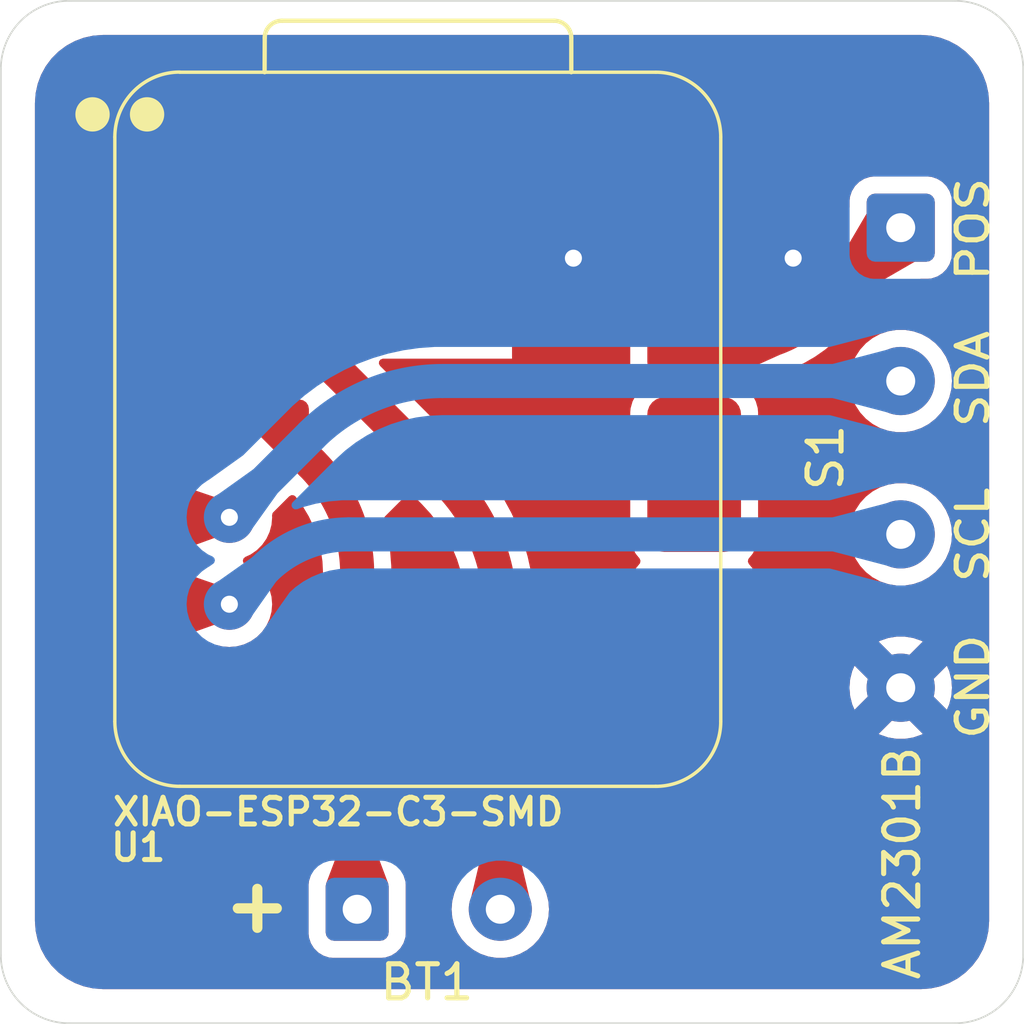
<source format=kicad_pcb>
(kicad_pcb (version 20240108) (generator "pcbnew") (generator_version "8.0")
  (title_block (title "IoTWeather") (date "2024-09-24") (rev "1") (company "Copyright: NamelessNanashi") (comment 1 "LicenseID: LicenseRef-OQL-1.2") (comment 2 "https://oql.avris.it/license/v1.2?c=NamelessNanashi%7Chttps%3A%2F%2FNamelessNanashi.dev%2F") (comment 3 "License URL: "))
  (layers (0 "F.Cu" signal) (31 "B.Cu" signal) (34 "B.Paste" user) (35 "F.Paste" user) (36 "B.SilkS" user "B.Silkscreen") (37 "F.SilkS" user "F.Silkscreen") (38 "B.Mask" user) (39 "F.Mask" user) (44 "Edge.Cuts" user))
  (net 0 "")
  (net 1 "+5V")
  (net 2 "Net-(S1-Pin_3)")
  (net 3 "GND")
  (net 4 "Net-(S1-Pin_2)")
  (net 13 "+3.3V")
  (net 19 "Net-(U1-PB08_A6_D6_TX)")
  (net 21 "Net-(BT1--)")
  (net 22 "Net-(BT1-+)")
  (footprint "Seeed_Studio_XIAO_Series:XIAO-ESP32-C3-SMD" (layer "F.Cu") (at 123.34475 98.13125)
    (property "Reference" "U1" (at -0.19475 2.16875 0) (layer "F.SilkS") (effects (font (size 0.78232 0.78232)) (justify left bottom)))
    (property "Value" "XIAO-ESP32-C3-SMD" (at 6.55525 0.66875 0) (layer "F.SilkS") (effects (font (size 0.78232 0.78232))))
    (fp_line (start 0 -1.987) (end 0 -19.132) (stroke (width 0.1)) (layer "F.SilkS"))
    (fp_line (start 1.905 -0.082) (end 15.875 -0.082) (stroke (width 0.1)) (layer "F.SilkS"))
    (fp_line (start 4.395 -21.037) (end 4.398728 -22.047272) (stroke (width 0.127)) (layer "F.SilkS"))
    (fp_line (start 4.898728 -22.547) (end 12.894 -22.547) (stroke (width 0.127)) (layer "F.SilkS"))
    (fp_line (start 13.394 -22.047) (end 13.394 -21.037) (stroke (width 0.127)) (layer "F.SilkS"))
    (fp_line (start 15.875 -21.037) (end 1.905 -21.037) (stroke (width 0.1)) (layer "F.SilkS"))
    (fp_line (start 17.78 -1.987) (end 17.78 -19.132) (stroke (width 0.1)) (layer "F.SilkS"))
    (fp_arc (start 0 -19.136) (mid 0.557962 -20.483038) (end 1.905 -21.041) (stroke (width 0.1)) (layer "F.SilkS"))
    (fp_arc (start 1.905 -0.082) (mid 0.557962 -0.639962) (end 0 -1.987) (stroke (width 0.1)) (layer "F.SilkS"))
    (fp_arc (start 4.398728 -22.047272) (mid 4.545276 -22.400644) (end 4.898728 -22.547) (stroke (width 0.127)) (layer "F.SilkS"))
    (fp_arc (start 12.894 -22.547) (mid 13.247553 -22.400553) (end 13.394 -22.047) (stroke (width 0.127)) (layer "F.SilkS"))
    (fp_arc (start 15.875 -21.037) (mid 17.222038 -20.479038) (end 17.78 -19.132) (stroke (width 0.1)) (layer "F.SilkS"))
    (fp_arc (start 17.78 -1.987) (mid 17.222038 -0.639962) (end 15.875 -0.082) (stroke (width 0.1)) (layer "F.SilkS"))
    (fp_circle (center -0.654 -19.8) (end -0.654 -20.054) (stroke (width 0.5)) (fill solid) (layer "F.SilkS"))
    (fp_circle (center 0.946 -19.8) (end 0.946 -20.054) (stroke (width 0.5)) (fill solid) (layer "F.SilkS"))
    (pad "1" smd roundrect (at 0.835 -18.12) (size 2.75 2) (layers "F.Cu" "F.Paste" "F.Mask"))
    (pad "2" smd roundrect (at 0.835 -15.58) (size 2.75 2) (layers "F.Cu" "F.Paste" "F.Mask"))
    (pad "3" smd roundrect (at 0.835 -13.04) (size 2.75 2) (layers "F.Cu" "F.Paste" "F.Mask"))
    (pad "4" smd roundrect (at 0.835 -10.5) (size 2.75 2) (layers "F.Cu" "F.Paste" "F.Mask"))
    (pad "5" smd roundrect (at 0.835 -7.96) (size 2.75 2) (layers "F.Cu" "F.Paste" "F.Mask") (net 4 "Net-(S1-Pin_2)"))
    (pad "6" smd roundrect (at 0.835 -5.42) (size 2.75 2) (layers "F.Cu" "F.Paste" "F.Mask") (net 2 "Net-(S1-Pin_3)"))
    (pad "7" smd roundrect (at 0.835 -2.88) (size 2.75 2) (layers "F.Cu" "F.Paste" "F.Mask") (net 19 "Net-(U1-PB08_A6_D6_TX)"))
    (pad "8" smd roundrect (at 17 -2.88) (size 2.75 2) (layers "F.Cu" "F.Paste" "F.Mask"))
    (pad "9" smd roundrect (at 17 -5.42) (size 2.75 2) (layers "F.Cu" "F.Paste" "F.Mask"))
    (pad "10" smd roundrect (at 17 -7.96) (size 2.75 2) (layers "F.Cu" "F.Paste" "F.Mask"))
    (pad "11" smd roundrect (at 17 -10.5) (size 2.75 2) (layers "F.Cu" "F.Paste" "F.Mask"))
    (pad "12" smd roundrect (at 17 -13.04) (size 2.75 2) (layers "F.Cu" "F.Paste" "F.Mask") (net 13 "+3.3V"))
    (pad "13" smd roundrect (at 17 -15.58) (size 2.75 2) (layers "F.Cu" "F.Paste" "F.Mask") (net 3 "GND"))
    (pad "14" smd roundrect (at 17 -18.12) (size 2.75 2) (layers "F.Cu" "F.Paste" "F.Mask") (net 1 "+5V"))
    (pad "15" smd roundrect (at 4.445 -10.882 180) (size 2.5 1.1) (layers "F.Cu" "F.Paste" "F.Mask") (net 22 "Net-(BT1-+)"))
    (pad "16" smd roundrect (at 4.445 -12.787 180) (size 2.5 1.1) (layers "F.Cu" "F.Paste" "F.Mask") (net 21 "Net-(BT1--)"))
    (pad "17" smd circle (at 7.62 -19.132) (size 1.7 1.7) (layers "F.Cu" "F.Paste" "F.Mask"))
    (pad "18" smd circle (at 10.16 -19.132) (size 1.7 1.7) (layers "F.Cu" "F.Paste" "F.Mask"))
    (pad "19" smd circle (at 7.62 -16.592) (size 1.7 1.7) (layers "F.Cu" "F.Paste" "F.Mask"))
    (pad "20" smd circle (at 10.16 -16.592) (size 1.7 1.7) (layers "F.Cu" "F.Paste" "F.Mask"))
    (pad "21" smd circle (at 7.62 -14.052) (size 1.7 1.7) (layers "F.Cu" "F.Paste" "F.Mask"))
    (pad "22" smd circle (at 10.16 -14.052) (size 1.7 1.7) (layers "F.Cu" "F.Paste" "F.Mask"))
  )
  (footprint "Connector_Wire:SolderWire-0.25sqmm_1x04_P4.5mm_D0.65mm_OD2mm" (layer "F.Cu") (at 146.40575 81.65575 -90)
    (property "Reference" "S1" (at 6.74425 2.20575 90) (layer "F.SilkS"))
    (property "Value" "AM2301B" (at 18.64425 -0.04425 90) (layer "F.SilkS"))
    (pad "1" thru_hole roundrect (at 0 0 270) (size 2 2) (drill 0.85) (layers "*.Cu" "*.Mask") (roundrect_rratio 0.125) (net 13 "+3.3V"))
    (pad "2" thru_hole circle (at 4.5 0 270) (size 2 2) (drill 0.85) (layers "*.Cu" "*.Mask") (net 4 "Net-(S1-Pin_2)"))
    (pad "3" thru_hole circle (at 9 0 270) (size 2 2) (drill 0.85) (layers "*.Cu" "*.Mask") (net 2 "Net-(S1-Pin_3)"))
    (pad "4" thru_hole circle (at 13.5 0 270) (size 2 2) (drill 0.85) (layers "*.Cu" "*.Mask") (net 3 "GND"))
  )
  (footprint "Connector_Wire:SolderWire-0.25sqmm_1x02_P4.2mm_D0.65mm_OD1.7mm" (layer "F.Cu") (at 130.45575 101.65675)
    (property "Reference" "BT1" (at 2.04425 2.14325 0) (layer "F.SilkS"))
    (property "Value" "Battery_Cell")
    (pad "1" thru_hole roundrect (at 0 0) (size 1.85 1.85) (drill 0.85) (layers "*.Cu" "*.Mask") (roundrect_rratio 0.135135) (net 22 "Net-(BT1-+)"))
    (pad "2" thru_hole circle (at 4.2 0) (size 1.85 1.85) (drill 0.85) (layers "*.Cu" "*.Mask") (net 21 "Net-(BT1--)"))
  )
  (gr_arc (start 150 103) (mid 149.414214 104.414214) (end 148 105) (stroke (width 0.05)) (layer "Edge.Cuts"))
  (gr_arc (start 120 77) (mid 120.585786 75.585786) (end 122 75) (stroke (width 0.05)) (layer "Edge.Cuts"))
  (gr_arc (start 148 75) (mid 149.414214 75.585786) (end 150 77) (stroke (width 0.05)) (layer "Edge.Cuts"))
  (gr_line (start 120 103) (end 120 77) (stroke (width 0.05)) (layer "Edge.Cuts"))
  (gr_arc (start 122 105) (mid 120.585786 104.414214) (end 120 103) (stroke (width 0.05)) (layer "Edge.Cuts"))
  (gr_line (start 148 105) (end 122 105) (stroke (width 0.05)) (layer "Edge.Cuts"))
  (gr_line (start 150 77) (end 150 103) (stroke (width 0.05)) (layer "Edge.Cuts"))
  (gr_line (start 122 75) (end 148 75) (stroke (width 0.05)) (layer "Edge.Cuts"))
  (gr_text "POS" (at 149.05 83.3 90) (layer "F.SilkS") (effects (font (size 0.9 1)) (justify left bottom)))
  (gr_text "+" (at 126.4 102.4 0) (layer "F.SilkS") (effects (font (size 1.5 1.5) (thickness 0.3) (bold yes)) (justify left bottom)))
  (gr_text "SDA" (at 149.05 87.6 90) (layer "F.SilkS") (effects (font (size 0.9 1)) (justify left bottom)))
  (gr_text "SCL" (at 149.05 92.15 90) (layer "F.SilkS") (effects (font (size 0.9 1)) (justify left bottom)))
  (gr_text "GND" (at 149.05 96.75 90) (layer "F.SilkS") (effects (font (size 0.9 1) (thickness 0.15) (bold yes)) (justify left bottom)))
  (segment (start 126.70575 92.70575) (end 124.189139 92.70575) (width 1) (layer "F.Cu") (net 2))
  (segment (start 124.1825 92.7085) (end 124.17975 92.71125) (width 1) (layer "F.Cu") (net 2))
  (via (at 126.70575 92.70575) (size 1.5) (drill 0.5) (layers "F.Cu" "B.Cu") (net 2))
  (arc (start 124.1825 92.7085) (mid 124.185546 92.706464) (end 124.189139 92.70575) (width 1) (layer "F.Cu") (net 2))
  (segment (start 130.205318 90.65575) (end 146.40575 90.65575) (width 1) (layer "B.Cu") (net 2))
  (segment (start 126.70575 92.70575) (end 127.73075 91.68075) (width 1) (layer "B.Cu") (net 2))
  (arc (start 130.205318 90.65575) (mid 128.866091 90.922138) (end 127.73075 91.68075) (width 1) (layer "B.Cu") (net 2))
  (segment (start 143.247866 82.55125) (end 140.34475 82.55125) (width 1) (layer "F.Cu") (net 3))
  (segment (start 136.80125 82.55125) (end 140.34475 82.55125) (width 1) (layer "F.Cu") (net 3))
  (segment (start 143.25 82.55) (end 143.249375 82.550625) (width 1) (layer "F.Cu") (net 3))
  (via (at 143.25 82.55) (size 1.5) (drill 0.5) (layers "F.Cu" "B.Cu") (net 3))
  (via (at 136.80125 82.55125) (size 1.5) (drill 0.5) (layers "F.Cu" "B.Cu") (net 3))
  (arc (start 143.249375 82.550625) (mid 143.248682 82.551087) (end 143.247866 82.55125) (width 1) (layer "F.Cu") (net 3))
  (segment (start 124.1875 90.1635) (end 124.17975 90.17125) (width 1) (layer "F.Cu") (net 4))
  (segment (start 124.20621 90.15575) (end 126.70575 90.15575) (width 1) (layer "F.Cu") (net 4))
  (via (at 126.70575 90.15575) (size 1.5) (drill 0.5) (layers "F.Cu" "B.Cu") (net 4))
  (arc (start 124.20621 90.15575) (mid 124.196084 90.157764) (end 124.1875 90.1635) (width 1) (layer "F.Cu") (net 4))
  (segment (start 132.959713 86.15575) (end 146.40575 86.15575) (width 1) (layer "B.Cu") (net 4))
  (segment (start 126.70575 90.15575) (end 129.111957 87.749542) (width 1) (layer "B.Cu") (net 4))
  (arc (start 132.959713 86.15575) (mid 130.877322 86.569963) (end 129.111957 87.749542) (width 1) (layer "B.Cu") (net 4))
  (segment (start 146.4 81.65575) (end 146.40575 81.65575) (width 1) (layer "F.Cu") (net 13))
  (segment (start 146.390184 81.659815) (end 143.882938 84.167061) (width 1) (layer "F.Cu") (net 13))
  (segment (start 141.65175 85.09125) (end 140.34475 85.09125) (width 1) (layer "F.Cu") (net 13))
  (arc (start 146.4 81.65575) (mid 146.394687 81.656806) (end 146.390184 81.659815) (width 1) (layer "F.Cu") (net 13))
  (arc (start 143.882938 84.167061) (mid 142.85926 84.851061) (end 141.65175 85.09125) (width 1) (layer "F.Cu") (net 13))
  (segment (start 128.567 85.34425) (end 127.78975 85.34425) (width 1) (layer "F.Cu") (net 21))
  (segment (start 133.061957 89.061957) (end 129.893848 85.893848) (width 1) (layer "F.Cu") (net 21))
  (segment (start 134.65575 92.909713) (end 134.65575 101.65575) (width 1) (layer "F.Cu") (net 21))
  (arc (start 129.893848 85.893848) (mid 129.285085 85.487085) (end 128.567 85.34425) (width 1) (layer "F.Cu") (net 21))
  (arc (start 133.061957 89.061957) (mid 134.241536 90.827322) (end 134.65575 92.909713) (width 1) (layer "F.Cu") (net 21))
  (segment (start 129.12275 88.58225) (end 127.78975 87.24925) (width 1) (layer "F.Cu") (net 22))
  (segment (start 130.45575 91.800396) (end 130.45575 101.65575) (width 1) (layer "F.Cu") (net 22))
  (arc (start 129.12275 88.58225) (mid 130.109314 90.058748) (end 130.45575 91.800396) (width 1) (layer "F.Cu") (net 22))
  (zone (net 0) (net_name "") (layer "F.Cu") (connect_pads (clearance 0)) (min_thickness 0.25)
    (keepout (tracks allowed) (vias allowed) (pads allowed) (copperpour not_allowed) (footprints allowed))
    (fill (thermal_gap 0.5) (thermal_bridge_width 0.5))
    (polygon (pts (xy 125 87.6) (xy 125 89.8) (xy 126 90.8) (xy 127.2 90.8) (xy 129.4 88.6) (xy 128.4 87.6)))
  )
  (zone (net 0) (net_name "") (layer "F.Cu") (connect_pads (clearance 0)) (min_thickness 0.25)
    (keepout (tracks allowed) (vias allowed) (pads allowed) (copperpour not_allowed) (footprints allowed))
    (fill (thermal_gap 0.5) (thermal_bridge_width 0.5))
    (polygon (pts (xy 131 90.4) (xy 132.6 88.8) (xy 132.6 88.4) (xy 128.8 84.6) (xy 128.4 84.6) (xy 128.4 87.8)))
  )
  (zone (net 0) (net_name "") (layer "F.Cu") (connect_pads (clearance 0)) (min_thickness 0.25)
    (keepout (tracks allowed) (vias allowed) (pads allowed) (copperpour not_allowed) (footprints allowed))
    (fill (thermal_gap 0.5) (thermal_bridge_width 0.5))
    (polygon (pts (xy 129.5 77.5) (xy 135 77.5) (xy 135 85.5) (xy 129.5 85.5)))
  )
  (zone (net 3) (net_name "GND") (layers "F&B.Cu") (connect_pads (clearance 0.5)) (min_thickness 0.25) (fill yes (thermal_gap 0.5) (thermal_bridge_width 1) (smoothing fillet) (radius 2))
    (polygon (pts (xy 149 76) (xy 121 76) (xy 121 104) (xy 149 104)))
  )
)
</source>
